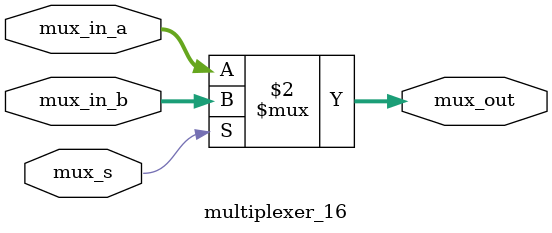
<source format=v>
module multiplexer_16(mux_s, mux_in_a, mux_in_b, mux_out);
	input 		mux_s;
	input	[15:0] mux_in_a;
	input	[15:0] mux_in_b;
	output	[15:0] mux_out;
	
	assign mux_out = (mux_s == 1'b0) ? mux_in_a : mux_in_b;
	
endmodule
</source>
